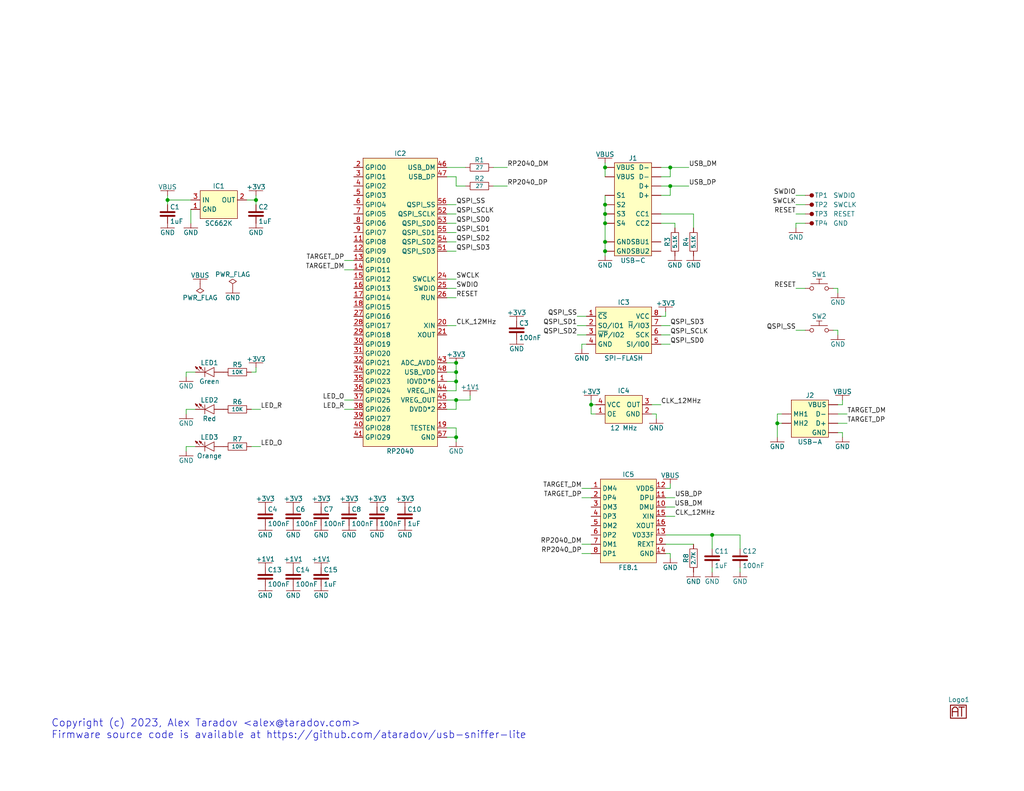
<source format=kicad_sch>
(kicad_sch (version 20230121) (generator eeschema)
  (paper "USLetter")
  (title_block (date "2023-03-26") (rev "1"))
  (lib_symbols
    (symbol "ataradov_conn:USB-A" (pin_numbers hide)
      (property "Reference" "J?" (at 0 5.08 0))
      (property "Value" "USB-A" (at 0 -7.62 0))
      (symbol "USB-A_0_1"
        (rectangle (start -5.08 3.81) (end 5.08 -6.35) (fill (type background)))
      )
      (symbol "USB-A_1_1"
        (pin passive line (at 7.62 -2.54 180) (length 2.54) (name "D+") (number "D+"))
        (pin passive line (at 7.62 0 180) (length 2.54) (name "D-") (number "D-"))
        (pin passive line (at 7.62 -5.08 180) (length 2.54) (name "GND") (number "GND"))
        (pin passive line (at -7.62 0 0) (length 2.54) (name "MH1") (number "MH1"))
        (pin passive line (at -7.62 -2.54 0) (length 2.54) (name "MH2") (number "MH2"))
        (pin passive line (at 7.62 2.54 180) (length 2.54) (name "VBUS") (number "VBUS"))
      )
    )
    (symbol "ataradov_conn:USB-C" (pin_numbers hide)
      (property "Reference" "J?" (at 0 12.7 0))
      (property "Value" "USB-C" (at 0 -15.24 0))
      (symbol "USB-C_0_1"
        (rectangle (start -5.08 11.43) (end 5.08 -13.97) (fill (type background)))
      )
      (symbol "USB-C_1_1"
        (pin bidirectional line (at 7.62 -2.54 180) (length 2.54) (name "CC1") (number "CC1"))
        (pin bidirectional line (at 7.62 -5.08 180) (length 2.54) (name "CC2") (number "CC2"))
        (pin bidirectional line (at 7.62 5.08 180) (length 2.54) (name "D+") (number "D+1"))
        (pin bidirectional line (at 7.62 2.54 180) (length 2.54) (name "D+") (number "D+2"))
        (pin bidirectional line (at 7.62 10.16 180) (length 2.54) (name "D-") (number "D-1"))
        (pin bidirectional line (at 7.62 7.62 180) (length 2.54) (name "D-") (number "D-2"))
        (pin passive line (at -7.62 -10.16 0) (length 2.54) (name "GND") (number "GND1"))
        (pin passive line (at -7.62 -12.7 0) (length 2.54) (name "GND") (number "GND2"))
        (pin passive line (at -7.62 2.54 0) (length 2.54) (name "S1") (number "S1"))
        (pin passive line (at -7.62 0 0) (length 2.54) (name "S2") (number "S2"))
        (pin passive line (at -7.62 -2.54 0) (length 2.54) (name "S3") (number "S3"))
        (pin passive line (at -7.62 -5.08 0) (length 2.54) (name "S4") (number "S4"))
        (pin bidirectional line (at 7.62 -10.16 180) (length 2.54) (name "SBU1") (number "SBU1"))
        (pin bidirectional line (at 7.62 -12.7 180) (length 2.54) (name "SBU2") (number "SBU2"))
        (pin passive line (at -7.62 10.16 0) (length 2.54) (name "VBUS") (number "VBUS1"))
        (pin passive line (at -7.62 7.62 0) (length 2.54) (name "VBUS") (number "VBUS2"))
      )
    )
    (symbol "ataradov_crystal:DSC61XX-MHz"
      (property "Reference" "IC?" (at 0 3.81 0))
      (property "Value" "DSC61XX-MHz" (at 0 -6.35 0))
      (symbol "DSC61XX-MHz_0_1"
        (rectangle (start -5.08 2.54) (end 5.08 -5.08) (fill (type background)))
      )
      (symbol "DSC61XX-MHz_1_1"
        (pin passive line (at -7.62 -2.54 0) (length 2.54) (name "OE") (number "1"))
        (pin power_in line (at 7.62 -2.54 180) (length 2.54) (name "GND") (number "2"))
        (pin output line (at 7.62 0 180) (length 2.54) (name "OUT") (number "3"))
        (pin power_in line (at -7.62 0 0) (length 2.54) (name "VCC") (number "4"))
      )
    )
    (symbol "ataradov_ic:FE8.1"
      (property "Reference" "IC" (at 0 11.43 0))
      (property "Value" "FE8.1" (at 0 -13.97 0))
      (symbol "FE8.1_1_0"
        (pin bidirectional line (at -10.16 7.62 0) (length 2.54) (name "DM4") (number "1"))
        (pin bidirectional line (at 10.16 2.54 180) (length 2.54) (name "DMU") (number "10"))
        (pin bidirectional line (at 10.16 5.08 180) (length 2.54) (name "DPU") (number "11"))
        (pin power_in line (at 10.16 7.62 180) (length 2.54) (name "VDD5") (number "12"))
        (pin passive line (at 10.16 -5.08 180) (length 2.54) (name "VD33F") (number "13"))
        (pin power_in line (at 10.16 -10.16 180) (length 2.54) (name "GND") (number "14"))
        (pin passive line (at 10.16 0 180) (length 2.54) (name "XIN") (number "15"))
        (pin passive line (at 10.16 -2.54 180) (length 2.54) (name "XOUT") (number "16"))
        (pin bidirectional line (at -10.16 5.08 0) (length 2.54) (name "DP4") (number "2"))
        (pin bidirectional line (at -10.16 2.54 0) (length 2.54) (name "DM3") (number "3"))
        (pin bidirectional line (at -10.16 0 0) (length 2.54) (name "DP3") (number "4"))
        (pin bidirectional line (at -10.16 -2.54 0) (length 2.54) (name "DM2") (number "5"))
        (pin bidirectional line (at -10.16 -5.08 0) (length 2.54) (name "DP2") (number "6"))
        (pin bidirectional line (at -10.16 -7.62 0) (length 2.54) (name "DM1") (number "7"))
        (pin bidirectional line (at -10.16 -10.16 0) (length 2.54) (name "DP1") (number "8"))
        (pin passive line (at 10.16 -7.62 180) (length 2.54) (name "REXT") (number "9"))
      )
      (symbol "FE8.1_1_1"
        (rectangle (start -7.62 10.16) (end 7.62 -12.7) (fill (type background)))
      )
    )
    (symbol "ataradov_ic:SPI-FLASH"
      (property "Reference" "IC?" (at 0 6.35 0))
      (property "Value" "SPI-FLASH" (at 0 -8.89 0))
      (symbol "SPI-FLASH_1_0"
        (pin input line (at -10.16 2.54 0) (length 2.54) (name "~{CS}") (number "1"))
        (pin bidirectional line (at -10.16 0 0) (length 2.54) (name "SO/IO1") (number "2"))
        (pin bidirectional line (at -10.16 -2.54 0) (length 2.54) (name "~{WP}/IO2") (number "3"))
        (pin power_in line (at -10.16 -5.08 0) (length 2.54) (name "GND") (number "4"))
        (pin bidirectional line (at 10.16 -5.08 180) (length 2.54) (name "SI/IO0") (number "5"))
        (pin input line (at 10.16 -2.54 180) (length 2.54) (name "SCK") (number "6"))
        (pin bidirectional line (at 10.16 0 180) (length 2.54) (name "~{H}/IO3") (number "7"))
        (pin power_in line (at 10.16 2.54 180) (length 2.54) (name "VCC") (number "8"))
      )
      (symbol "SPI-FLASH_1_1"
        (rectangle (start -7.62 5.08) (end 7.62 -7.62) (fill (type background)))
      )
    )
    (symbol "ataradov_led:LED" (pin_numbers hide) (pin_names (offset 1.016) hide)
      (property "Reference" "LED?" (at 0 2.54 0))
      (property "Value" "LED" (at 0 -2.54 0))
      (symbol "LED_0_1"
        (polyline (pts (xy 1.27 1.27) (xy 1.27 -1.27)))
        (polyline (pts (xy 2.1336 1.2192) (xy 2.4892 0.8636)))
        (polyline (pts (xy 2.794 1.524) (xy 2.2352 1.1684)))
        (polyline (pts (xy 2.794 1.524) (xy 2.4384 0.9652)))
        (polyline (pts (xy 3.2004 1.2192) (xy 3.556 0.8636)))
        (polyline (pts (xy 3.8608 1.524) (xy 3.302 1.1684)))
        (polyline (pts (xy 3.8608 1.524) (xy 3.4544 0.9652)))
        (polyline (pts (xy -1.27 1.27) (xy -1.27 -1.27) (xy 1.27 0) (xy -1.27 1.27)))
        (polyline (pts (xy 1.6256 0.3556) (xy 2.794 1.524) (xy 2.1336 1.2192) (xy 2.794 1.524) (xy 2.4892 0.8636)))
        (polyline (pts (xy 2.6924 0.3556) (xy 3.8608 1.524) (xy 3.2004 1.2192) (xy 3.8608 1.524) (xy 3.556 0.8636)))
      )
      (symbol "LED_1_1"
        (pin passive line (at -3.81 0 0) (length 2.54) (name "A") (number "1"))
        (pin passive line (at 3.81 0 180) (length 2.54) (name "K") (number "2"))
      )
    )
    (symbol "ataradov_mcu:RP2040"
      (property "Reference" "IC?" (at 0 39.37 0))
      (property "Value" "RP2040" (at 0 -41.91 0))
      (symbol "RP2040_0_1"
        (rectangle (start -10.16 38.1) (end 10.16 -40.64) (fill (type background)))
      )
      (symbol "RP2040_1_1"
        (pin power_in line (at 12.7 -22.86 180) (length 2.54) (name "IOVDD*6") (number "1"))
        (pin power_in line (at 12.7 -22.86 180) (length 2.54) hide (name "IOVDD*6") (number "10"))
        (pin bidirectional line (at -12.7 15.24 0) (length 2.54) (name "GPIO8") (number "11"))
        (pin bidirectional line (at -12.7 12.7 0) (length 2.54) (name "GPIO9") (number "12"))
        (pin bidirectional line (at -12.7 10.16 0) (length 2.54) (name "GPIO10") (number "13"))
        (pin bidirectional line (at -12.7 7.62 0) (length 2.54) (name "GPIO11") (number "14"))
        (pin bidirectional line (at -12.7 5.08 0) (length 2.54) (name "GPIO12") (number "15"))
        (pin bidirectional line (at -12.7 2.54 0) (length 2.54) (name "GPIO13") (number "16"))
        (pin bidirectional line (at -12.7 0 0) (length 2.54) (name "GPIO14") (number "17"))
        (pin bidirectional line (at -12.7 -2.54 0) (length 2.54) (name "GPIO15") (number "18"))
        (pin input line (at 12.7 -35.56 180) (length 2.54) (name "TESTEN") (number "19"))
        (pin bidirectional line (at -12.7 35.56 0) (length 2.54) (name "GPIO0") (number "2"))
        (pin input line (at 12.7 -7.62 180) (length 2.54) (name "XIN") (number "20"))
        (pin output line (at 12.7 -10.16 180) (length 2.54) (name "XOUT") (number "21"))
        (pin power_in line (at 12.7 -22.86 180) (length 2.54) hide (name "IOVDD*6") (number "22"))
        (pin power_in line (at 12.7 -30.48 180) (length 2.54) (name "DVDD*2") (number "23"))
        (pin input line (at 12.7 5.08 180) (length 2.54) (name "SWCLK") (number "24"))
        (pin bidirectional line (at 12.7 2.54 180) (length 2.54) (name "SWDIO") (number "25"))
        (pin input line (at 12.7 0 180) (length 2.54) (name "RUN") (number "26"))
        (pin bidirectional line (at -12.7 -5.08 0) (length 2.54) (name "GPIO16") (number "27"))
        (pin bidirectional line (at -12.7 -7.62 0) (length 2.54) (name "GPIO17") (number "28"))
        (pin bidirectional line (at -12.7 -10.16 0) (length 2.54) (name "GPIO18") (number "29"))
        (pin bidirectional line (at -12.7 33.02 0) (length 2.54) (name "GPIO1") (number "3"))
        (pin bidirectional line (at -12.7 -12.7 0) (length 2.54) (name "GPIO19") (number "30"))
        (pin bidirectional line (at -12.7 -15.24 0) (length 2.54) (name "GPIO20") (number "31"))
        (pin bidirectional line (at -12.7 -17.78 0) (length 2.54) (name "GPIO21") (number "32"))
        (pin power_in line (at 12.7 -22.86 180) (length 2.54) hide (name "IOVDD*6") (number "33"))
        (pin bidirectional line (at -12.7 -20.32 0) (length 2.54) (name "GPIO22") (number "34"))
        (pin bidirectional line (at -12.7 -22.86 0) (length 2.54) (name "GPIO23") (number "35"))
        (pin bidirectional line (at -12.7 -25.4 0) (length 2.54) (name "GPIO24") (number "36"))
        (pin bidirectional line (at -12.7 -27.94 0) (length 2.54) (name "GPIO25") (number "37"))
        (pin bidirectional line (at -12.7 -30.48 0) (length 2.54) (name "GPIO26") (number "38"))
        (pin bidirectional line (at -12.7 -33.02 0) (length 2.54) (name "GPIO27") (number "39"))
        (pin bidirectional line (at -12.7 30.48 0) (length 2.54) (name "GPIO2") (number "4"))
        (pin bidirectional line (at -12.7 -35.56 0) (length 2.54) (name "GPIO28") (number "40"))
        (pin bidirectional line (at -12.7 -38.1 0) (length 2.54) (name "GPIO29") (number "41"))
        (pin power_in line (at 12.7 -22.86 180) (length 2.54) hide (name "IOVDD*6") (number "42"))
        (pin power_in line (at 12.7 -17.78 180) (length 2.54) (name "ADC_AVDD") (number "43"))
        (pin power_in line (at 12.7 -25.4 180) (length 2.54) (name "VREG_IN") (number "44"))
        (pin power_out line (at 12.7 -27.94 180) (length 2.54) (name "VREG_OUT") (number "45"))
        (pin bidirectional line (at 12.7 35.56 180) (length 2.54) (name "USB_DM") (number "46"))
        (pin bidirectional line (at 12.7 33.02 180) (length 2.54) (name "USB_DP") (number "47"))
        (pin power_in line (at 12.7 -20.32 180) (length 2.54) (name "USB_VDD") (number "48"))
        (pin power_in line (at 12.7 -22.86 180) (length 2.54) hide (name "IOVDD*6") (number "49"))
        (pin bidirectional line (at -12.7 27.94 0) (length 2.54) (name "GPIO3") (number "5"))
        (pin power_in line (at 12.7 -30.48 180) (length 2.54) hide (name "DVDD*2") (number "50"))
        (pin bidirectional line (at 12.7 12.7 180) (length 2.54) (name "QSPI_SD3") (number "51"))
        (pin output line (at 12.7 22.86 180) (length 2.54) (name "QSPI_SCLK") (number "52"))
        (pin bidirectional line (at 12.7 20.32 180) (length 2.54) (name "QSPI_SD0") (number "53"))
        (pin bidirectional line (at 12.7 15.24 180) (length 2.54) (name "QSPI_SD2") (number "54"))
        (pin bidirectional line (at 12.7 17.78 180) (length 2.54) (name "QSPI_SD1") (number "55"))
        (pin output line (at 12.7 25.4 180) (length 2.54) (name "QSPI_SS") (number "56"))
        (pin power_in line (at 12.7 -38.1 180) (length 2.54) (name "GND") (number "57"))
        (pin bidirectional line (at -12.7 25.4 0) (length 2.54) (name "GPIO4") (number "6"))
        (pin bidirectional line (at -12.7 22.86 0) (length 2.54) (name "GPIO5") (number "7"))
        (pin bidirectional line (at -12.7 20.32 0) (length 2.54) (name "GPIO6") (number "8"))
        (pin bidirectional line (at -12.7 17.78 0) (length 2.54) (name "GPIO7") (number "9"))
      )
    )
    (symbol "ataradov_misc:Logo" (pin_numbers hide) (pin_names (offset 0) hide)
      (property "Reference" "Logo?" (at 0 3.302 0))
      (symbol "Logo_0_1"
        (rectangle (start -2.286 1.778) (end 2.032 -1.778) (stroke (width 0.254)))
        (polyline (pts (xy -1.778 0) (xy -0.254 0)) (stroke (width 0.254)))
        (polyline (pts (xy -1.778 0.762) (xy -1.778 -1.27)) (stroke (width 0.254)))
        (polyline (pts (xy -1.778 0.762) (xy -1.27 1.27)) (stroke (width 0.254)))
        (polyline (pts (xy -1.27 1.27) (xy -0.762 1.27)) (stroke (width 0.254)))
        (polyline (pts (xy -0.254 0.762) (xy -0.762 1.27)) (stroke (width 0.254)))
        (polyline (pts (xy -0.254 0.762) (xy -0.254 -1.27)) (stroke (width 0.254)))
        (polyline (pts (xy 0 1.27) (xy 1.524 1.27)) (stroke (width 0.254)))
        (polyline (pts (xy 0.762 1.27) (xy 0.762 -1.27)) (stroke (width 0.254)))
      )
    )
    (symbol "ataradov_misc:TestPoint" (pin_numbers hide) (pin_names hide)
      (property "Reference" "TP?" (at 2.54 0 0))
      (property "Value" "TestPoint" (at 7.62 0 0))
      (symbol "TestPoint_0_1"
        (circle (center 1.778 0) (radius 0.508) (fill (type outline)))
      )
      (symbol "TestPoint_1_1"
        (pin passive line (at 0 0 0) (length 1.78) (name "1") (number "1"))
      )
    )
    (symbol "ataradov_pwr:+1V1" (power) (pin_names (offset 0))
      (property "Value" "+1V1" (at 0 2.286 0))
      (symbol "+1V1_0_1"
        (polyline (pts (xy -1.905 1.27) (xy 0 1.27)))
        (polyline (pts (xy 0 0) (xy 0 1.27)))
        (polyline (pts (xy 0 1.27) (xy 1.905 1.27)))
      )
      (symbol "+1V1_1_1"
        (pin power_in line (at 0 0 90) (length 0) hide (name "+1V1") (number "1"))
      )
    )
    (symbol "ataradov_pwr:+3V3" (power) (pin_names (offset 0))
      (property "Value" "+3V3" (at 0 2.286 0))
      (symbol "+3V3_0_1"
        (polyline (pts (xy -1.905 1.27) (xy 0 1.27)))
        (polyline (pts (xy 0 0) (xy 0 1.27)))
        (polyline (pts (xy 0 1.27) (xy 1.905 1.27)))
      )
      (symbol "+3V3_1_1"
        (pin power_in line (at 0 0 90) (length 0) hide (name "+3V3") (number "1"))
      )
    )
    (symbol "ataradov_pwr:GND" (power) (pin_names (offset 0))
      (property "Value" "GND" (at 0 -2.54 0))
      (symbol "GND_0_1"
        (polyline (pts (xy -1.905 -1.27) (xy 1.905 -1.27)))
        (polyline (pts (xy 0 0) (xy 0 -1.27)))
      )
      (symbol "GND_1_1"
        (pin power_in line (at 0 0 270) (length 0) hide (name "GND") (number "1"))
      )
    )
    (symbol "ataradov_pwr:VBUS" (power) (pin_names (offset 0))
      (property "Value" "VBUS" (at 0 2.286 0))
      (symbol "VBUS_0_1"
        (polyline (pts (xy -1.905 1.27) (xy 0 1.27)))
        (polyline (pts (xy 0 0) (xy 0 1.27)))
        (polyline (pts (xy 0 1.27) (xy 1.905 1.27)))
      )
      (symbol "VBUS_1_1"
        (pin power_in line (at 0 0 90) (length 0) hide (name "VBUS") (number "1"))
      )
    )
    (symbol "ataradov_rlc:C" (pin_numbers hide) (pin_names hide)
      (property "Reference" "C?" (at 0.635 1.905 0))
      (property "Value" "C" (at 0.635 -2.032 0))
      (symbol "C_0_1"
        (polyline (pts (xy -1.905 -0.508) (xy 1.905 -0.508)) (stroke (width 0.5)))
        (polyline (pts (xy -1.905 0.508) (xy 1.905 0.508)) (stroke (width 0.5)))
      )
      (symbol "C_1_1"
        (pin passive line (at 0 -2.54 90) (length 1.905) (name "1") (number "1"))
        (pin passive line (at 0 2.54 270) (length 1.905) (name "2") (number "2"))
      )
    )
    (symbol "ataradov_rlc:R" (pin_numbers hide) (pin_names hide)
      (property "Reference" "R?" (at 0 2.032 0))
      (property "Value" "R" (at 0 0 0))
      (symbol "R_0_1"
        (rectangle (start -2.54 1.016) (end 2.54 -1.016))
      )
      (symbol "R_1_1"
        (pin passive line (at -3.81 0 0) (length 1.27) (name "1") (number "1"))
        (pin passive line (at 3.81 0 180) (length 1.27) (name "2") (number "2"))
      )
    )
    (symbol "ataradov_switch:TactSwitch" (pin_numbers hide) (pin_names hide)
      (property "Reference" "SW?" (at 0 3.81 0))
      (symbol "TactSwitch_0_1"
        (circle (center -2.032 0) (radius 0.508))
        (polyline (pts (xy -2.286 1.27) (xy 2.286 1.27)))
        (polyline (pts (xy -1.016 2.54) (xy -1.016 2.54)))
        (polyline (pts (xy -0.762 2.54) (xy 0.762 2.54)))
        (polyline (pts (xy 0 2.54) (xy 0 1.27)))
        (circle (center 2.032 0) (radius 0.508))
      )
      (symbol "TactSwitch_1_1"
        (pin passive line (at -3.81 0 0) (length 1.27) (name "1") (number "1"))
        (pin passive line (at 3.81 0 180) (length 1.27) (name "2") (number "2"))
      )
    )
    (symbol "ataradov_vreg:SC662K"
      (property "Reference" "IC?" (at 0 6.35 0))
      (property "Value" "SC662K" (at 0 -3.81 0))
      (symbol "SC662K_0_1"
        (rectangle (start -5.08 5.08) (end 5.08 -2.54) (fill (type background)))
      )
      (symbol "SC662K_1_1"
        (pin power_in line (at -7.62 0 0) (length 2.54) (name "GND") (number "1"))
        (pin power_out line (at 7.62 2.54 180) (length 2.54) (name "OUT") (number "2"))
        (pin power_in line (at -7.62 2.54 0) (length 2.54) (name "IN") (number "3"))
      )
    )
    (symbol "power:PWR_FLAG" (power) (pin_numbers hide) (pin_names (offset 0) hide)
      (property "Value" "PWR_FLAG" (at 0 3.81 0))
      (symbol "PWR_FLAG_0_0"
        (pin power_out line (at 0 0 90) (length 0) (name "pwr") (number "1"))
      )
      (symbol "PWR_FLAG_0_1"
        (polyline (pts (xy 0 0) (xy 0 1.27) (xy -1.016 1.905) (xy 0 2.54) (xy 1.016 1.905) (xy 0 1.27)))
      )
    )
  )
  (junction (at 161.29 110.49))
  (junction (at 165.1 58.42))
  (junction (at 45.72 54.61))
  (junction (at 165.1 60.96))
  (junction (at 182.88 50.8))
  (junction (at 124.46 119.38))
  (junction (at 165.1 66.04))
  (junction (at 124.46 104.14))
  (junction (at 124.46 101.6))
  (junction (at 165.1 68.58))
  (junction (at 124.46 109.22))
  (junction (at 69.85 54.61))
  (junction (at 212.09 115.57))
  (junction (at 165.1 45.72))
  (junction (at 165.1 55.88))
  (junction (at 182.88 45.72))
  (junction (at 194.31 146.05))
  (junction (at 124.46 99.06))
  (wire (pts (xy 158.75 93.98) (xy 160.02 93.98)))
  (wire (pts (xy 121.92 63.5) (xy 124.46 63.5)))
  (wire (pts (xy 212.09 119.38) (xy 212.09 115.57)))
  (wire (pts (xy 50.8 123.19) (xy 50.8 121.92)))
  (wire (pts (xy 124.46 104.14) (xy 124.46 106.68)))
  (wire (pts (xy 227.33 78.74) (xy 228.6 78.74)))
  (wire (pts (xy 182.88 132.08) (xy 182.88 133.35)))
  (wire (pts (xy 165.1 44.45) (xy 165.1 45.72)))
  (wire (pts (xy 165.1 45.72) (xy 165.1 48.26)))
  (wire (pts (xy 93.98 73.66) (xy 96.52 73.66)))
  (wire (pts (xy 69.85 100.33) (xy 69.85 101.6)))
  (wire (pts (xy 128.27 107.95) (xy 128.27 109.22)))
  (wire (pts (xy 181.61 133.35) (xy 182.88 133.35)))
  (wire (pts (xy 177.8 110.49) (xy 180.34 110.49)))
  (wire (pts (xy 50.8 111.76) (xy 53.34 111.76)))
  (wire (pts (xy 68.58 121.92) (xy 71.12 121.92)))
  (wire (pts (xy 165.1 58.42) (xy 165.1 60.96)))
  (wire (pts (xy 121.92 81.28) (xy 124.46 81.28)))
  (wire (pts (xy 180.34 91.44) (xy 182.88 91.44)))
  (wire (pts (xy 158.75 151.13) (xy 161.29 151.13)))
  (wire (pts (xy 180.34 48.26) (xy 182.88 48.26)))
  (wire (pts (xy 157.48 88.9) (xy 160.02 88.9)))
  (wire (pts (xy 217.17 58.42) (xy 219.71 58.42)))
  (wire (pts (xy 121.92 116.84) (xy 124.46 116.84)))
  (wire (pts (xy 217.17 55.88) (xy 219.71 55.88)))
  (wire (pts (xy 124.46 109.22) (xy 128.27 109.22)))
  (wire (pts (xy 121.92 60.96) (xy 124.46 60.96)))
  (wire (pts (xy 181.61 151.13) (xy 182.88 151.13)))
  (wire (pts (xy 124.46 48.26) (xy 124.46 50.8)))
  (wire (pts (xy 93.98 71.12) (xy 96.52 71.12)))
  (wire (pts (xy 212.09 115.57) (xy 212.09 113.03)))
  (wire (pts (xy 121.92 78.74) (xy 124.46 78.74)))
  (wire (pts (xy 50.8 121.92) (xy 53.34 121.92)))
  (wire (pts (xy 121.92 101.6) (xy 124.46 101.6)))
  (wire (pts (xy 228.6 78.74) (xy 228.6 80.01)))
  (wire (pts (xy 184.15 60.96) (xy 184.15 62.23)))
  (wire (pts (xy 217.17 53.34) (xy 219.71 53.34)))
  (wire (pts (xy 121.92 58.42) (xy 124.46 58.42)))
  (wire (pts (xy 182.88 151.13) (xy 182.88 152.4)))
  (wire (pts (xy 181.61 135.89) (xy 184.15 135.89)))
  (wire (pts (xy 50.8 102.87) (xy 50.8 101.6)))
  (wire (pts (xy 228.6 118.11) (xy 229.87 118.11)))
  (wire (pts (xy 212.09 115.57) (xy 213.36 115.57)))
  (wire (pts (xy 180.34 45.72) (xy 182.88 45.72)))
  (wire (pts (xy 180.34 86.36) (xy 181.61 86.36)))
  (wire (pts (xy 165.1 66.04) (xy 165.1 68.58)))
  (wire (pts (xy 180.34 53.34) (xy 182.88 53.34)))
  (wire (pts (xy 201.93 146.05) (xy 201.93 149.86)))
  (wire (pts (xy 121.92 88.9) (xy 124.46 88.9)))
  (wire (pts (xy 67.31 54.61) (xy 69.85 54.61)))
  (wire (pts (xy 158.75 148.59) (xy 161.29 148.59)))
  (wire (pts (xy 121.92 76.2) (xy 124.46 76.2)))
  (wire (pts (xy 124.46 119.38) (xy 124.46 116.84)))
  (wire (pts (xy 181.61 146.05) (xy 194.31 146.05)))
  (wire (pts (xy 124.46 101.6) (xy 124.46 104.14)))
  (wire (pts (xy 121.92 68.58) (xy 124.46 68.58)))
  (wire (pts (xy 121.92 106.68) (xy 124.46 106.68)))
  (wire (pts (xy 162.56 110.49) (xy 161.29 110.49)))
  (wire (pts (xy 69.85 55.88) (xy 69.85 54.61)))
  (wire (pts (xy 124.46 109.22) (xy 124.46 111.76)))
  (wire (pts (xy 161.29 110.49) (xy 161.29 109.22)))
  (wire (pts (xy 124.46 120.65) (xy 124.46 119.38)))
  (wire (pts (xy 157.48 86.36) (xy 160.02 86.36)))
  (wire (pts (xy 52.07 57.15) (xy 52.07 60.96)))
  (wire (pts (xy 229.87 118.11) (xy 229.87 119.38)))
  (wire (pts (xy 68.58 111.76) (xy 71.12 111.76)))
  (wire (pts (xy 181.61 140.97) (xy 184.15 140.97)))
  (wire (pts (xy 217.17 60.96) (xy 219.71 60.96)))
  (wire (pts (xy 181.61 85.09) (xy 181.61 86.36)))
  (wire (pts (xy 134.62 45.72) (xy 138.43 45.72)))
  (wire (pts (xy 189.23 58.42) (xy 189.23 62.23)))
  (wire (pts (xy 180.34 58.42) (xy 189.23 58.42)))
  (wire (pts (xy 182.88 45.72) (xy 182.88 48.26)))
  (wire (pts (xy 165.1 60.96) (xy 165.1 66.04)))
  (wire (pts (xy 124.46 50.8) (xy 127 50.8)))
  (wire (pts (xy 182.88 50.8) (xy 182.88 53.34)))
  (wire (pts (xy 121.92 48.26) (xy 124.46 48.26)))
  (wire (pts (xy 158.75 135.89) (xy 161.29 135.89)))
  (wire (pts (xy 201.93 156.21) (xy 201.93 154.94)))
  (wire (pts (xy 180.34 50.8) (xy 182.88 50.8)))
  (wire (pts (xy 121.92 55.88) (xy 124.46 55.88)))
  (wire (pts (xy 212.09 113.03) (xy 213.36 113.03)))
  (wire (pts (xy 179.07 113.03) (xy 179.07 114.3)))
  (wire (pts (xy 217.17 90.17) (xy 219.71 90.17)))
  (wire (pts (xy 45.72 54.61) (xy 45.72 55.88)))
  (wire (pts (xy 194.31 146.05) (xy 194.31 149.86)))
  (wire (pts (xy 182.88 45.72) (xy 187.96 45.72)))
  (wire (pts (xy 45.72 53.34) (xy 45.72 54.61)))
  (wire (pts (xy 121.92 66.04) (xy 124.46 66.04)))
  (wire (pts (xy 93.98 111.76) (xy 96.52 111.76)))
  (wire (pts (xy 158.75 95.25) (xy 158.75 93.98)))
  (wire (pts (xy 121.92 109.22) (xy 124.46 109.22)))
  (wire (pts (xy 194.31 146.05) (xy 201.93 146.05)))
  (wire (pts (xy 177.8 113.03) (xy 179.07 113.03)))
  (wire (pts (xy 121.92 45.72) (xy 127 45.72)))
  (wire (pts (xy 158.75 133.35) (xy 161.29 133.35)))
  (wire (pts (xy 50.8 113.03) (xy 50.8 111.76)))
  (wire (pts (xy 121.92 119.38) (xy 124.46 119.38)))
  (wire (pts (xy 45.72 54.61) (xy 52.07 54.61)))
  (wire (pts (xy 50.8 101.6) (xy 53.34 101.6)))
  (wire (pts (xy 181.61 138.43) (xy 184.15 138.43)))
  (wire (pts (xy 194.31 156.21) (xy 194.31 154.94)))
  (wire (pts (xy 165.1 55.88) (xy 165.1 58.42)))
  (wire (pts (xy 162.56 113.03) (xy 161.29 113.03)))
  (wire (pts (xy 68.58 101.6) (xy 69.85 101.6)))
  (wire (pts (xy 93.98 109.22) (xy 96.52 109.22)))
  (wire (pts (xy 161.29 113.03) (xy 161.29 110.49)))
  (wire (pts (xy 124.46 99.06) (xy 124.46 101.6)))
  (wire (pts (xy 217.17 78.74) (xy 219.71 78.74)))
  (wire (pts (xy 228.6 113.03) (xy 231.14 113.03)))
  (wire (pts (xy 229.87 109.22) (xy 229.87 110.49)))
  (wire (pts (xy 69.85 53.34) (xy 69.85 54.61)))
  (wire (pts (xy 181.61 148.59) (xy 189.23 148.59)))
  (wire (pts (xy 180.34 60.96) (xy 184.15 60.96)))
  (wire (pts (xy 165.1 68.58) (xy 165.1 69.85)))
  (wire (pts (xy 165.1 53.34) (xy 165.1 55.88)))
  (wire (pts (xy 121.92 111.76) (xy 124.46 111.76)))
  (wire (pts (xy 228.6 115.57) (xy 231.14 115.57)))
  (wire (pts (xy 227.33 90.17) (xy 228.6 90.17)))
  (wire (pts (xy 157.48 91.44) (xy 160.02 91.44)))
  (wire (pts (xy 182.88 50.8) (xy 187.96 50.8)))
  (wire (pts (xy 180.34 93.98) (xy 182.88 93.98)))
  (wire (pts (xy 217.17 62.23) (xy 217.17 60.96)))
  (wire (pts (xy 121.92 99.06) (xy 124.46 99.06)))
  (wire (pts (xy 228.6 110.49) (xy 229.87 110.49)))
  (wire (pts (xy 180.34 88.9) (xy 182.88 88.9)))
  (wire (pts (xy 228.6 90.17) (xy 228.6 91.44)))
  (wire (pts (xy 134.62 50.8) (xy 138.43 50.8)))
  (wire (pts (xy 121.92 104.14) (xy 124.46 104.14)))
  (text "Copyright (c) 2023, Alex Taradov <alex@taradov.com>\nFirmware source code is available at https://github.com/ataradov/usb-sniffer-lite" (at 13.97 201.93 0) (effects (font (size 2 2)) (justify left bottom)))
  (label "QSPI_SS" (at 157.48 86.36 180))
  (label "QSPI_SD0" (at 182.88 93.98 0))
  (label "SWDIO" (at 124.46 78.74 0))
  (label "QSPI_SD3" (at 182.88 88.9 0))
  (label "USB_DM" (at 187.96 45.72 0))
  (label "SWCLK" (at 217.17 55.88 180))
  (label "QSPI_SD3" (at 124.46 68.58 0))
  (label "RP2040_DM" (at 138.43 45.72 0))
  (label "TARGET_DP" (at 158.75 135.89 180))
  (label "TARGET_DP" (at 93.98 71.12 180))
  (label "CLK_12MHz" (at 184.15 140.97 0))
  (label "RESET" (at 217.17 58.42 180))
  (label "SWDIO" (at 217.17 53.34 180))
  (label "QSPI_SD0" (at 124.46 60.96 0))
  (label "USB_DP" (at 187.96 50.8 0))
  (label "CLK_12MHz" (at 180.34 110.49 0))
  (label "QSPI_SS" (at 217.17 90.17 180))
  (label "RP2040_DM" (at 158.75 148.59 180))
  (label "TARGET_DM" (at 231.14 113.03 0))
  (label "RESET" (at 124.46 81.28 0))
  (label "RP2040_DP" (at 138.43 50.8 0))
  (label "LED_O" (at 71.12 121.92 0))
  (label "RESET" (at 217.17 78.74 180))
  (label "LED_O" (at 93.98 109.22 180))
  (label "USB_DM" (at 184.0274 138.43 0))
  (label "QSPI_SD1" (at 157.48 88.9 180))
  (label "LED_R" (at 71.12 111.76 0))
  (label "QSPI_SCLK" (at 182.88 91.44 0))
  (label "QSPI_SD2" (at 157.48 91.44 180))
  (label "QSPI_SD2" (at 124.46 66.04 0))
  (label "CLK_12MHz" (at 124.46 88.9 0))
  (label "QSPI_SCLK" (at 124.46 58.42 0))
  (label "TARGET_DP" (at 231.14 115.57 0))
  (label "QSPI_SS" (at 124.46 55.88 0))
  (label "QSPI_SD1" (at 124.46 63.5 0))
  (label "TARGET_DM" (at 93.98 73.66 180))
  (label "RP2040_DP" (at 158.75 151.13 180))
  (label "SWCLK" (at 124.46 76.2 0))
  (label "LED_R" (at 93.98 111.76 180))
  (label "TARGET_DM" (at 158.75 133.35 180))
  (label "USB_DP" (at 184.15 135.89 0))
  (symbol (lib_id "ataradov_rlc:C") (at 69.85 58.42 0) (unit 1)
    (property "Reference" "C2" (at 70.485 56.515 0) (effects (justify left)))
    (property "Value" "1uF" (at 70.485 60.452 0) (effects (justify left)))
    (property "Footprint" "ataradov_smd:0603" (effects hide))
  )
  (symbol (lib_id "ataradov_pwr:+1V1") (at 72.39 154.94 0) (unit 1)
    (property "Reference" "#PWR048" (effects hide))
    (property "Value" "+1V1" (at 72.39 152.654 0))
  )
  (symbol (lib_id "ataradov_pwr:+3V3") (at 140.97 87.63 0) (unit 1)
    (property "Reference" "#PWR015" (effects hide))
    (property "Value" "+3V3" (at 140.97 85.344 0))
  )
  (symbol (lib_id "ataradov_pwr:GND") (at 95.25 143.51 0) (unit 1)
    (property "Reference" "#PWR043" (effects hide))
    (property "Value" "GND" (at 95.25 146.05 0))
  )
  (symbol (lib_id "ataradov_rlc:C") (at 194.31 152.4 0) (unit 1)
    (property "Reference" "C11" (at 194.945 150.495 0) (effects (justify left)))
    (property "Value" "1uF" (at 194.945 154.432 0) (effects (justify left)))
    (property "Footprint" "ataradov_smd:0603" (effects hide))
  )
  (symbol (lib_id "ataradov_pwr:+3V3") (at 124.46 99.06 0) (unit 1)
    (property "Reference" "#PWR019" (effects hide))
    (property "Value" "+3V3" (at 124.46 96.774 0))
  )
  (symbol (lib_id "ataradov_pwr:VBUS") (at 182.88 132.08 0) (unit 1)
    (property "Reference" "#PWR031" (effects hide))
    (property "Value" "VBUS" (at 182.88 129.794 0))
  )
  (symbol (lib_id "ataradov_pwr:GND") (at 87.63 160.02 0) (unit 1)
    (property "Reference" "#PWR056" (effects hide))
    (property "Value" "GND" (at 87.63 162.56 0))
  )
  (symbol (lib_id "ataradov_rlc:C") (at 110.49 140.97 0) (unit 1)
    (property "Reference" "C10" (at 111.125 139.065 0) (effects (justify left)))
    (property "Value" "1uF" (at 111.125 143.002 0) (effects (justify left)))
    (property "Footprint" "ataradov_smd:0603" (effects hide))
  )
  (symbol (lib_id "ataradov_ic:SPI-FLASH") (at 170.18 88.9 0) (unit 1)
    (property "Reference" "IC3" (at 170.18 82.55 0))
    (property "Value" "SPI-FLASH" (at 170.18 97.79 0))
    (property "Footprint" "ataradov_ic:USON-8-3x2mm" (effects hide))
  )
  (symbol (lib_id "ataradov_pwr:+3V3") (at 181.61 85.09 0) (unit 1)
    (property "Reference" "#PWR014" (effects hide))
    (property "Value" "+3V3" (at 181.61 82.804 0))
  )
  (symbol (lib_id "ataradov_pwr:GND") (at 69.85 60.96 0) (unit 1)
    (property "Reference" "#PWR06" (effects hide))
    (property "Value" "GND" (at 69.85 63.5 0))
  )
  (symbol (lib_id "ataradov_pwr:GND") (at 189.23 69.85 0) (unit 1)
    (property "Reference" "#PWR010" (effects hide))
    (property "Value" "GND" (at 189.23 72.39 0))
  )
  (symbol (lib_id "ataradov_rlc:C") (at 201.93 152.4 0) (unit 1)
    (property "Reference" "C12" (at 202.565 150.495 0) (effects (justify left)))
    (property "Value" "100nF" (at 202.565 154.432 0) (effects (justify left)))
    (property "Footprint" "ataradov_smd:0603" (effects hide))
  )
  (symbol (lib_id "ataradov_pwr:+3V3") (at 72.39 138.43 0) (unit 1)
    (property "Reference" "#PWR032" (effects hide))
    (property "Value" "+3V3" (at 72.39 136.144 0))
  )
  (symbol (lib_id "ataradov_switch:TactSwitch") (at 223.52 90.17 0) (unit 1)
    (property "Reference" "SW2" (at 223.52 86.36 0))
    (property "Value" "TactSwitch" (effects hide))
    (property "Footprint" "ataradov_switch:TactSwitch-6mm-Half-SMD" (effects hide))
  )
  (symbol (lib_id "ataradov_pwr:GND") (at 229.87 119.38 0) (unit 1)
    (property "Reference" "#PWR028" (effects hide))
    (property "Value" "GND" (at 229.87 121.92 0))
  )
  (symbol (lib_id "ataradov_pwr:VBUS") (at 229.87 109.22 0) (unit 1)
    (property "Reference" "#PWR024" (effects hide))
    (property "Value" "VBUS" (at 229.87 106.934 0))
  )
  (symbol (lib_id "ataradov_pwr:GND") (at 87.63 143.51 0) (unit 1)
    (property "Reference" "#PWR042" (effects hide))
    (property "Value" "GND" (at 87.63 146.05 0))
  )
  (symbol (lib_id "ataradov_pwr:GND") (at 140.97 92.71 0) (unit 1)
    (property "Reference" "#PWR017" (effects hide))
    (property "Value" "GND" (at 140.97 95.25 0))
  )
  (symbol (lib_id "ataradov_rlc:C") (at 87.63 140.97 0) (unit 1)
    (property "Reference" "C7" (at 88.265 139.065 0) (effects (justify left)))
    (property "Value" "100nF" (at 88.265 143.002 0) (effects (justify left)))
    (property "Footprint" "ataradov_smd:0603" (effects hide))
  )
  (symbol (lib_id "ataradov_pwr:GND") (at 158.75 95.25 0) (unit 1)
    (property "Reference" "#PWR018" (effects hide))
    (property "Value" "GND" (at 158.75 97.79 0))
  )
  (symbol (lib_id "ataradov_pwr:GND") (at 110.49 143.51 0) (unit 1)
    (property "Reference" "#PWR045" (effects hide))
    (property "Value" "GND" (at 110.49 146.05 0))
  )
  (symbol (lib_id "ataradov_ic:FE8.1") (at 171.45 140.97 0) (unit 1)
    (property "Reference" "IC5" (at 171.45 129.54 0))
    (property "Value" "FE8.1" (at 171.45 154.94 0))
    (property "Footprint" "ataradov_ic:SSOP-16-0.635mm" (effects hide))
  )
  (symbol (lib_id "ataradov_pwr:GND") (at 80.01 143.51 0) (unit 1)
    (property "Reference" "#PWR041" (effects hide))
    (property "Value" "GND" (at 80.01 146.05 0))
  )
  (symbol (lib_id "ataradov_led:LED") (at 57.15 101.6 0) (mirror y) (unit 1)
    (property "Reference" "LED1" (at 57.15 99.06 0))
    (property "Value" "Green" (at 57.15 104.14 0))
    (property "Footprint" "ataradov_smd:0603" (effects hide))
  )
  (symbol (lib_id "ataradov_pwr:GND") (at 72.39 143.51 0) (unit 1)
    (property "Reference" "#PWR039" (effects hide))
    (property "Value" "GND" (at 72.39 146.05 0))
  )
  (symbol (lib_id "ataradov_pwr:GND") (at 184.15 69.85 0) (unit 1)
    (property "Reference" "#PWR09" (effects hide))
    (property "Value" "GND" (at 184.15 72.39 0))
  )
  (symbol (lib_id "ataradov_pwr:GND") (at 201.93 156.21 0) (unit 1)
    (property "Reference" "#PWR053" (effects hide))
    (property "Value" "GND" (at 201.93 158.75 0))
  )
  (symbol (lib_id "power:PWR_FLAG") (at 54.61 77.47 180) (unit 1)
    (property "Reference" "#FLG01" (effects hide))
    (property "Value" "PWR_FLAG" (at 54.61 81.28 0))
  )
  (symbol (lib_id "ataradov_pwr:GND") (at 80.01 160.02 0) (unit 1)
    (property "Reference" "#PWR055" (effects hide))
    (property "Value" "GND" (at 80.01 162.56 0))
  )
  (symbol (lib_id "ataradov_pwr:GND") (at 228.6 80.01 0) (unit 1)
    (property "Reference" "#PWR013" (effects hide))
    (property "Value" "GND" (at 228.6 82.55 0))
  )
  (symbol (lib_id "ataradov_pwr:+3V3") (at 95.25 138.43 0) (unit 1)
    (property "Reference" "#PWR036" (effects hide))
    (property "Value" "+3V3" (at 95.25 136.144 0))
  )
  (symbol (lib_id "ataradov_pwr:+3V3") (at 69.85 53.34 0) (unit 1)
    (property "Reference" "#PWR03" (effects hide))
    (property "Value" "+3V3" (at 69.85 51.054 0))
  )
  (symbol (lib_id "ataradov_pwr:+1V1") (at 80.01 154.94 0) (unit 1)
    (property "Reference" "#PWR049" (effects hide))
    (property "Value" "+1V1" (at 80.01 152.654 0))
  )
  (symbol (lib_id "ataradov_misc:TestPoint") (at 219.71 55.88 0) (unit 1)
    (property "Reference" "TP2" (at 222.25 55.88 0) (effects (justify left)))
    (property "Value" "SWCLK" (at 227.33 55.88 0) (effects (justify left)))
    (property "Footprint" "ataradov_misc:TestPoint-1.27mm-Small" (effects hide))
  )
  (symbol (lib_id "ataradov_pwr:+1V1") (at 128.27 107.95 0) (unit 1)
    (property "Reference" "#PWR022" (effects hide))
    (property "Value" "+1V1" (at 128.27 105.664 0))
  )
  (symbol (lib_id "ataradov_pwr:GND") (at 45.72 60.96 0) (unit 1)
    (property "Reference" "#PWR04" (effects hide))
    (property "Value" "GND" (at 45.72 63.5 0))
  )
  (symbol (lib_id "ataradov_pwr:VBUS") (at 54.61 77.47 0) (unit 1)
    (property "Reference" "#PWR011" (effects hide))
    (property "Value" "VBUS" (at 54.61 75.184 0))
  )
  (symbol (lib_id "ataradov_rlc:R") (at 189.23 152.4 90) (unit 1)
    (property "Reference" "R8" (at 187.198 152.4 0))
    (property "Value" "2.7K" (at 189.23 152.4 0) (effects (font (size 1.016 1.016))))
    (property "Footprint" "ataradov_smd:0603" (effects hide))
  )
  (symbol (lib_id "ataradov_vreg:SC662K") (at 59.69 57.15 0) (unit 1)
    (property "Reference" "IC1" (at 59.69 50.8 0))
    (property "Value" "SC662K" (at 59.69 60.96 0))
    (property "Footprint" "ataradov_ic:SOT-23" (effects hide))
  )
  (symbol (lib_id "ataradov_misc:TestPoint") (at 219.71 60.96 0) (unit 1)
    (property "Reference" "TP4" (at 222.25 60.96 0) (effects (justify left)))
    (property "Value" "GND" (at 227.33 60.96 0) (effects (justify left)))
    (property "Footprint" "ataradov_misc:TestPoint-1.27mm-Small" (effects hide))
  )
  (symbol (lib_id "ataradov_pwr:+3V3") (at 102.87 138.43 0) (unit 1)
    (property "Reference" "#PWR037" (effects hide))
    (property "Value" "+3V3" (at 102.87 136.144 0))
  )
  (symbol (lib_id "ataradov_switch:TactSwitch") (at 223.52 78.74 0) (unit 1)
    (property "Reference" "SW1" (at 223.52 74.93 0))
    (property "Value" "TactSwitch" (effects hide))
    (property "Footprint" "ataradov_switch:TactSwitch-6mm-Half-SMD" (effects hide))
  )
  (symbol (lib_id "ataradov_rlc:C") (at 102.87 140.97 0) (unit 1)
    (property "Reference" "C9" (at 103.505 139.065 0) (effects (justify left)))
    (property "Value" "100nF" (at 103.505 143.002 0) (effects (justify left)))
    (property "Footprint" "ataradov_smd:0603" (effects hide))
  )
  (symbol (lib_id "ataradov_pwr:+3V3") (at 87.63 138.43 0) (unit 1)
    (property "Reference" "#PWR035" (effects hide))
    (property "Value" "+3V3" (at 87.63 136.144 0))
  )
  (symbol (lib_id "ataradov_pwr:+1V1") (at 87.63 154.94 0) (unit 1)
    (property "Reference" "#PWR050" (effects hide))
    (property "Value" "+1V1" (at 87.63 152.654 0))
  )
  (symbol (lib_id "ataradov_rlc:C") (at 87.63 157.48 0) (unit 1)
    (property "Reference" "C15" (at 88.265 155.575 0) (effects (justify left)))
    (property "Value" "1uF" (at 88.265 159.512 0) (effects (justify left)))
    (property "Footprint" "ataradov_smd:0603" (effects hide))
  )
  (symbol (lib_id "ataradov_rlc:C") (at 140.97 90.17 0) (unit 1)
    (property "Reference" "C3" (at 141.605 88.265 0) (effects (justify left)))
    (property "Value" "100nF" (at 141.605 92.202 0) (effects (justify left)))
    (property "Footprint" "ataradov_smd:0603" (effects hide))
  )
  (symbol (lib_id "ataradov_pwr:+3V3") (at 161.29 109.22 0) (unit 1)
    (property "Reference" "#PWR023" (effects hide))
    (property "Value" "+3V3" (at 161.29 106.934 0))
  )
  (symbol (lib_id "ataradov_conn:USB-C") (at 172.72 55.88 0) (unit 1)
    (property "Reference" "J1" (at 172.72 43.18 0))
    (property "Value" "USB-C" (at 172.72 71.12 0))
    (property "Footprint" "ataradov_conn:USB-C" (effects hide))
  )
  (symbol (lib_id "ataradov_pwr:+3V3") (at 80.01 138.43 0) (unit 1)
    (property "Reference" "#PWR034" (effects hide))
    (property "Value" "+3V3" (at 80.01 136.144 0))
  )
  (symbol (lib_id "ataradov_pwr:GND") (at 212.09 119.38 0) (unit 1)
    (property "Reference" "#PWR027" (effects hide))
    (property "Value" "GND" (at 212.09 121.92 0))
  )
  (symbol (lib_id "ataradov_rlc:R") (at 184.15 66.04 90) (unit 1)
    (property "Reference" "R3" (at 182.118 66.04 0))
    (property "Value" "5.1K" (at 184.15 66.04 0) (effects (font (size 1.016 1.016))))
    (property "Footprint" "ataradov_smd:0603" (effects hide))
  )
  (symbol (lib_id "ataradov_pwr:GND") (at 217.17 62.23 0) (unit 1)
    (property "Reference" "#PWR07" (effects hide))
    (property "Value" "GND" (at 217.17 64.77 0))
  )
  (symbol (lib_id "ataradov_rlc:C") (at 95.25 140.97 0) (unit 1)
    (property "Reference" "C8" (at 95.885 139.065 0) (effects (justify left)))
    (property "Value" "100nF" (at 95.885 143.002 0) (effects (justify left)))
    (property "Footprint" "ataradov_smd:0603" (effects hide))
  )
  (symbol (lib_id "ataradov_rlc:R") (at 64.77 101.6 0) (unit 1)
    (property "Reference" "R5" (at 64.77 99.568 0))
    (property "Value" "10K" (at 64.77 101.6 0) (effects (font (size 1.016 1.016))))
    (property "Footprint" "ataradov_smd:0603" (effects hide))
  )
  (symbol (lib_id "ataradov_pwr:GND") (at 63.5 78.74 0) (unit 1)
    (property "Reference" "#PWR012" (effects hide))
    (property "Value" "GND" (at 63.5 81.28 0))
  )
  (symbol (lib_id "ataradov_conn:USB-A") (at 220.98 113.03 0) (unit 1)
    (property "Reference" "J2" (at 220.98 107.95 0))
    (property "Value" "USB-A" (at 220.98 120.65 0))
    (property "Footprint" "ataradov_conn:USB-A-Slots" (effects hide))
  )
  (symbol (lib_id "ataradov_pwr:GND") (at 72.39 160.02 0) (unit 1)
    (property "Reference" "#PWR054" (effects hide))
    (property "Value" "GND" (at 72.39 162.56 0))
  )
  (symbol (lib_id "ataradov_pwr:+3V3") (at 69.85 100.33 0) (unit 1)
    (property "Reference" "#PWR020" (effects hide))
    (property "Value" "+3V3" (at 69.85 98.044 0))
  )
  (symbol (lib_id "ataradov_rlc:R") (at 130.81 45.72 0) (unit 1)
    (property "Reference" "R1" (at 130.81 43.688 0))
    (property "Value" "27" (at 130.81 45.72 0) (effects (font (size 1.016 1.016))))
    (property "Footprint" "ataradov_smd:0603" (effects hide))
  )
  (symbol (lib_id "ataradov_pwr:GND") (at 189.23 156.21 0) (unit 1)
    (property "Reference" "#PWR051" (effects hide))
    (property "Value" "GND" (at 189.23 158.75 0))
  )
  (symbol (lib_id "ataradov_rlc:R") (at 130.81 50.8 0) (unit 1)
    (property "Reference" "R2" (at 130.81 48.768 0))
    (property "Value" "27" (at 130.81 50.8 0) (effects (font (size 1.016 1.016))))
    (property "Footprint" "ataradov_smd:0603" (effects hide))
  )
  (symbol (lib_id "ataradov_pwr:GND") (at 179.07 114.3 0) (unit 1)
    (property "Reference" "#PWR026" (effects hide))
    (property "Value" "GND" (at 179.07 116.84 0))
  )
  (symbol (lib_id "ataradov_pwr:GND") (at 52.07 60.96 0) (unit 1)
    (property "Reference" "#PWR05" (effects hide))
    (property "Value" "GND" (at 52.07 63.5 0))
  )
  (symbol (lib_id "ataradov_pwr:GND") (at 165.1 69.85 0) (unit 1)
    (property "Reference" "#PWR08" (effects hide))
    (property "Value" "GND" (at 165.1 72.39 0))
  )
  (symbol (lib_id "ataradov_rlc:C") (at 80.01 140.97 0) (unit 1)
    (property "Reference" "C6" (at 80.645 139.065 0) (effects (justify left)))
    (property "Value" "100nF" (at 80.645 143.002 0) (effects (justify left)))
    (property "Footprint" "ataradov_smd:0603" (effects hide))
  )
  (symbol (lib_id "ataradov_pwr:VBUS") (at 165.1 44.45 0) (unit 1)
    (property "Reference" "#PWR01" (effects hide))
    (property "Value" "VBUS" (at 165.1 42.164 0))
  )
  (symbol (lib_id "ataradov_misc:TestPoint") (at 219.71 58.42 0) (unit 1)
    (property "Reference" "TP3" (at 222.25 58.42 0) (effects (justify left)))
    (property "Value" "RESET" (at 227.33 58.42 0) (effects (justify left)))
    (property "Footprint" "ataradov_misc:TestPoint-1.27mm-Small" (effects hide))
  )
  (symbol (lib_id "ataradov_rlc:R") (at 189.23 66.04 90) (unit 1)
    (property "Reference" "R4" (at 187.198 66.04 0))
    (property "Value" "5.1K" (at 189.23 66.04 0) (effects (font (size 1.016 1.016))))
    (property "Footprint" "ataradov_smd:0603" (effects hide))
  )
  (symbol (lib_id "ataradov_misc:Logo") (at 261.62 194.31 0) (unit 1)
    (property "Reference" "Logo1" (at 261.62 191.008 0))
    (property "Value" "Logo" (effects hide))
    (property "Footprint" "ataradov_misc:Logo-Small" (effects hide))
  )
  (symbol (lib_id "ataradov_misc:TestPoint") (at 219.71 53.34 0) (unit 1)
    (property "Reference" "TP1" (at 222.25 53.34 0) (effects (justify left)))
    (property "Value" "SWDIO" (at 227.33 53.34 0) (effects (justify left)))
    (property "Footprint" "ataradov_misc:TestPoint-1.27mm-Small" (effects hide))
  )
  (symbol (lib_id "ataradov_rlc:C") (at 72.39 157.48 0) (unit 1)
    (property "Reference" "C13" (at 73.025 155.575 0) (effects (justify left)))
    (property "Value" "100nF" (at 73.025 159.512 0) (effects (justify left)))
    (property "Footprint" "ataradov_smd:0603" (effects hide))
  )
  (symbol (lib_id "ataradov_pwr:GND") (at 124.46 120.65 0) (unit 1)
    (property "Reference" "#PWR029" (effects hide))
    (property "Value" "GND" (at 124.46 123.19 0))
  )
  (symbol (lib_id "ataradov_rlc:C") (at 80.01 157.48 0) (unit 1)
    (property "Reference" "C14" (at 80.645 155.575 0) (effects (justify left)))
    (property "Value" "100nF" (at 80.645 159.512 0) (effects (justify left)))
    (property "Footprint" "ataradov_smd:0603" (effects hide))
  )
  (symbol (lib_id "ataradov_pwr:GND") (at 228.6 91.44 0) (unit 1)
    (property "Reference" "#PWR016" (effects hide))
    (property "Value" "GND" (at 228.6 93.98 0))
  )
  (symbol (lib_id "ataradov_rlc:R") (at 64.77 121.92 0) (unit 1)
    (property "Reference" "R7" (at 64.77 119.888 0))
    (property "Value" "10K" (at 64.77 121.92 0) (effects (font (size 1.016 1.016))))
    (property "Footprint" "ataradov_smd:0603" (effects hide))
  )
  (symbol (lib_id "ataradov_pwr:GND") (at 50.8 113.03 0) (unit 1)
    (property "Reference" "#PWR025" (effects hide))
    (property "Value" "GND" (at 50.8 115.57 0))
  )
  (symbol (lib_id "ataradov_crystal:DSC61XX-MHz") (at 170.18 110.49 0) (unit 1)
    (property "Reference" "IC4" (at 170.18 106.68 0))
    (property "Value" "12 MHz" (at 170.18 116.84 0))
    (property "Footprint" "ataradov_ic:CDFN-4-3.2x2.5mm" (effects hide))
  )
  (symbol (lib_id "ataradov_pwr:+3V3") (at 110.49 138.43 0) (unit 1)
    (property "Reference" "#PWR038" (effects hide))
    (property "Value" "+3V3" (at 110.49 136.144 0))
  )
  (symbol (lib_id "ataradov_led:LED") (at 57.15 121.92 0) (mirror y) (unit 1)
    (property "Reference" "LED3" (at 57.15 119.38 0))
    (property "Value" "Orange" (at 57.15 124.46 0))
    (property "Footprint" "ataradov_smd:0603" (effects hide))
  )
  (symbol (lib_id "ataradov_mcu:RP2040") (at 109.22 81.28 0) (unit 1)
    (property "Reference" "IC2" (at 109.22 41.91 0))
    (property "Value" "RP2040" (at 109.22 123.19 0))
    (property "Footprint" "ataradov_ic:QFN-56-0.4mm" (effects hide))
  )
  (symbol (lib_id "ataradov_rlc:R") (at 64.77 111.76 0) (unit 1)
    (property "Reference" "R6" (at 64.77 109.728 0))
    (property "Value" "10K" (at 64.77 111.76 0) (effects (font (size 1.016 1.016))))
    (property "Footprint" "ataradov_smd:0603" (effects hide))
  )
  (symbol (lib_id "ataradov_pwr:GND") (at 102.87 143.51 0) (unit 1)
    (property "Reference" "#PWR044" (effects hide))
    (property "Value" "GND" (at 102.87 146.05 0))
  )
  (symbol (lib_id "ataradov_pwr:GND") (at 50.8 102.87 0) (unit 1)
    (property "Reference" "#PWR021" (effects hide))
    (property "Value" "GND" (at 50.8 105.41 0))
  )
  (symbol (lib_id "ataradov_rlc:C") (at 45.72 58.42 0) (unit 1)
    (property "Reference" "C1" (at 46.355 56.515 0) (effects (justify left)))
    (property "Value" "1uF" (at 46.355 60.452 0) (effects (justify left)))
    (property "Footprint" "ataradov_smd:0603" (effects hide))
  )
  (symbol (lib_id "ataradov_pwr:GND") (at 50.8 123.19 0) (unit 1)
    (property "Reference" "#PWR030" (effects hide))
    (property "Value" "GND" (at 50.8 125.73 0))
  )
  (symbol (lib_id "ataradov_rlc:C") (at 72.39 140.97 0) (unit 1)
    (property "Reference" "C4" (at 73.025 139.065 0) (effects (justify left)))
    (property "Value" "100nF" (at 73.025 143.002 0) (effects (justify left)))
    (property "Footprint" "ataradov_smd:0603" (effects hide))
  )
  (symbol (lib_id "ataradov_pwr:GND") (at 182.88 152.4 0) (unit 1)
    (property "Reference" "#PWR047" (effects hide))
    (property "Value" "GND" (at 182.88 154.94 0))
  )
  (symbol (lib_id "ataradov_led:LED") (at 57.15 111.76 0) (mirror y) (unit 1)
    (property "Reference" "LED2" (at 57.15 109.22 0))
    (property "Value" "Red" (at 57.15 114.3 0))
    (property "Footprint" "ataradov_smd:0603" (effects hide))
  )
  (symbol (lib_id "power:PWR_FLAG") (at 63.5 78.74 0) (unit 1)
    (property "Reference" "#FLG02" (effects hide))
    (property "Value" "PWR_FLAG" (at 63.5 74.93 0))
  )
  (symbol (lib_id "ataradov_pwr:GND") (at 194.31 156.21 0) (unit 1)
    (property "Reference" "#PWR052" (effects hide))
    (property "Value" "GND" (at 194.31 158.75 0))
  )
  (symbol (lib_id "ataradov_pwr:VBUS") (at 45.72 53.34 0) (unit 1)
    (property "Reference" "#PWR02" (effects hide))
    (property "Value" "VBUS" (at 45.72 51.054 0))
  )
)
</source>
